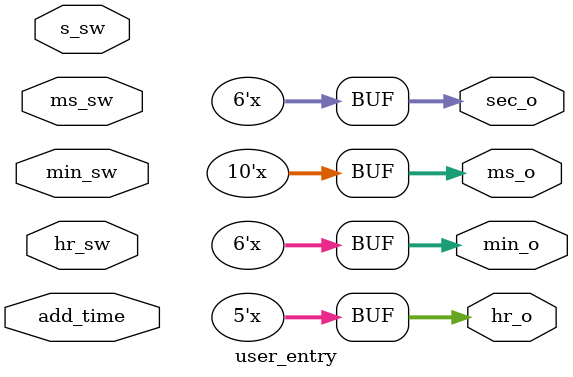
<source format=v>
`timescale 1ns / 1ps

module user_entry(ms_sw, s_sw, min_sw, hr_sw, add_time, ms_o, sec_o, min_o, hr_o);
    input ms_sw, s_sw, min_sw, hr_sw; // input switches
    input add_time; // input button
    output reg [9:0] ms_o;
    output reg [5:0] sec_o;
    output reg [5:0] min_o;
    output reg [4:0] hr_o;
    
    always @ (*) begin
        if (ms_sw) begin
            ms_o <= ms_o + add_time;
        end else if (s_sw) begin
            sec_o <= sec_o + add_time;
        end else if (min_sw) begin
            min_o <= min_o + add_time;
        end else if (hr_sw) begin
            hr_o <= hr_o + add_time;
        end
    end
endmodule

</source>
